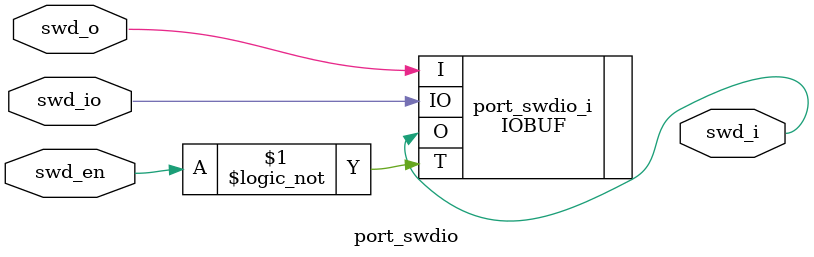
<source format=v>
`timescale 1ns / 1ps


module port_swdio(
    input swd_en,
    input swd_o,
    output swd_i,
    inout swd_io
    );
    
    IOBUF port_swdio_i(.O(swd_i), .I(swd_o), .T(!swd_en), .IO(swd_io));
    
endmodule

</source>
